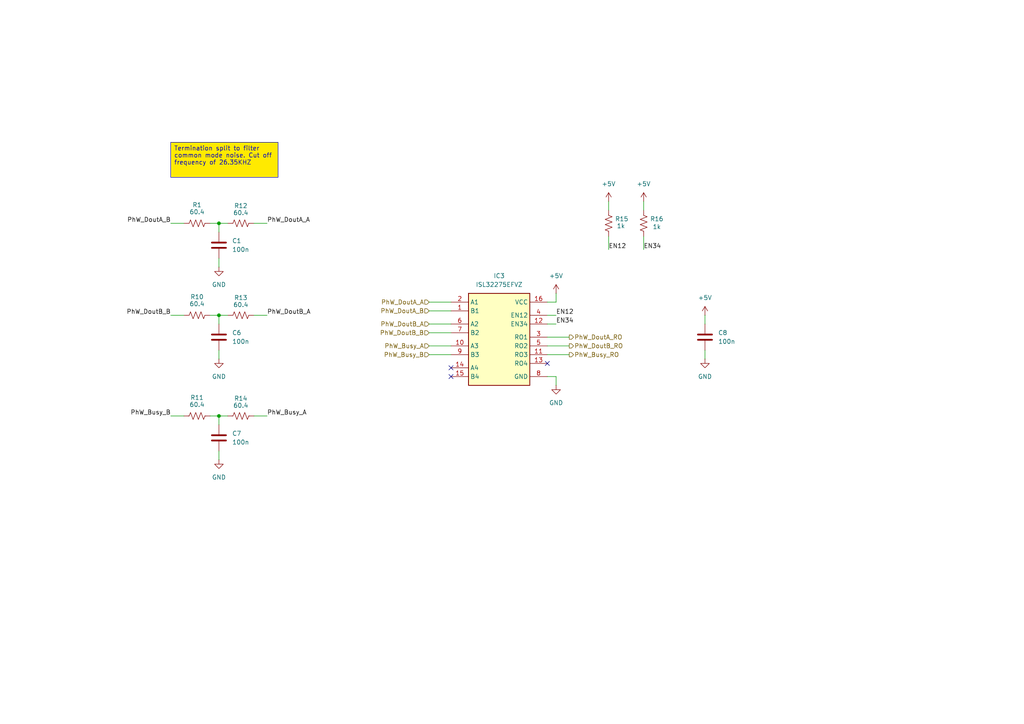
<source format=kicad_sch>
(kicad_sch (version 20250114) (generator "eeschema") (generator_version "9.0")
  (paper "A4")
  (title_block (title "Phase U RS-485 receiver interface ") (date "2025-11-22") (rev "Israel Sother") (company "FST Lisboa ") (comment 1 "Miguel Velo") (comment 2 "RS-485 receiver interface for FST Lisboa inverter FPGA"))
  (lib_symbols
    (symbol "Device:C" (pin_numbers (hide yes)) (pin_names (offset 0.254))
      (property "Reference" "C" (at 0.635 2.54 0))
      (property "Value" "C" (at 0.635 -2.54 0))
      (symbol "C_0_1"
        (polyline (pts (xy -2.032 0.762) (xy 2.032 0.762)) (stroke (width 0.508)))
        (polyline (pts (xy -2.032 -0.762) (xy 2.032 -0.762)) (stroke (width 0.508)))
      )
      (symbol "C_1_1"
        (pin passive line (at 0 3.81 270) (length 2.794) (name "~") (number "1"))
        (pin passive line (at 0 -3.81 90) (length 2.794) (name "~") (number "2"))
      )
    )
    (symbol "Device:R_US" (pin_numbers (hide yes)) (pin_names (offset 0))
      (property "Reference" "R" (at 2.54 0 90))
      (property "Value" "R_US" (at -2.54 0 90))
      (symbol "R_US_0_1"
        (polyline (pts (xy 0 2.286) (xy 0 2.54)))
        (polyline (pts (xy 0 2.286) (xy 1.016 1.905) (xy 0 1.524) (xy -1.016 1.143) (xy 0 0.762)))
        (polyline (pts (xy 0 0.762) (xy 1.016 0.381) (xy 0 0) (xy -1.016 -0.381) (xy 0 -0.762)))
        (polyline (pts (xy 0 -0.762) (xy 1.016 -1.143) (xy 0 -1.524) (xy -1.016 -1.905) (xy 0 -2.286)))
        (polyline (pts (xy 0 -2.286) (xy 0 -2.54)))
      )
      (symbol "R_US_1_1"
        (pin passive line (at 0 3.81 270) (length 1.27) (name "~") (number "1"))
        (pin passive line (at 0 -3.81 90) (length 1.27) (name "~") (number "2"))
      )
    )
    (symbol "Samacsys:ISL32275EFVZ"
      (property "Reference" "IC1" (at 13.97 11.43 0))
      (property "Value" "ISL32275EFVZ" (at 13.97 8.89 0))
      (symbol "ISL32275EFVZ_1_1"
        (rectangle (start 5.08 6.35) (end 22.86 -20.32) (stroke (width 0.254)) (fill (type background)))
        (pin passive line (at 0 3.81 0) (length 5.08) (name "A1") (number "2"))
        (pin passive line (at 0 1.27 0) (length 5.08) (name "B1") (number "1"))
        (pin passive line (at 0 -2.54 0) (length 5.08) (name "A2") (number "6"))
        (pin passive line (at 0 -5.08 0) (length 5.08) (name "B2") (number "7"))
        (pin passive line (at 0 -8.89 0) (length 5.08) (name "A3") (number "10"))
        (pin passive line (at 0 -11.43 0) (length 5.08) (name "B3") (number "9"))
        (pin passive line (at 0 -15.24 0) (length 5.08) (name "A4") (number "14"))
        (pin passive line (at 0 -17.78 0) (length 5.08) (name "B4") (number "15"))
        (pin passive line (at 27.94 3.81 180) (length 5.08) (name "VCC") (number "16"))
        (pin passive line (at 27.94 0 180) (length 5.08) (name "EN12") (number "4"))
        (pin passive line (at 27.94 -2.54 180) (length 5.08) (name "EN34") (number "12"))
        (pin passive line (at 27.94 -6.35 180) (length 5.08) (name "RO1") (number "3"))
        (pin passive line (at 27.94 -8.89 180) (length 5.08) (name "RO2") (number "5"))
        (pin passive line (at 27.94 -11.43 180) (length 5.08) (name "RO3") (number "11"))
        (pin passive line (at 27.94 -13.97 180) (length 5.08) (name "RO4") (number "13"))
        (pin passive line (at 27.94 -17.78 180) (length 5.08) (name "GND") (number "8"))
      )
    )
    (symbol "power:+5V" (power) (pin_numbers (hide yes)) (pin_names (offset 0) (hide yes))
      (property "Value" "+5V" (at 0 3.556 0))
      (symbol "+5V_0_1"
        (polyline (pts (xy -0.762 1.27) (xy 0 2.54)))
        (polyline (pts (xy 0 2.54) (xy 0.762 1.27)))
        (polyline (pts (xy 0 0) (xy 0 2.54)))
      )
      (symbol "+5V_1_1"
        (pin power_in line (at 0 0 90) (length 0) (name "~") (number "1"))
      )
    )
    (symbol "power:GND" (power) (pin_numbers (hide yes)) (pin_names (offset 0) (hide yes))
      (property "Value" "GND" (at 0 -3.81 0))
      (symbol "GND_0_1"
        (polyline (pts (xy 0 0) (xy 0 -1.27) (xy 1.27 -1.27) (xy 0 -2.54) (xy -1.27 -1.27) (xy 0 -1.27)))
      )
      (symbol "GND_1_1"
        (pin power_in line (at 0 0 270) (length 0) (name "~") (number "1"))
      )
    )
  )
  (text_box "Termination split to filter common mode noise. Cut off frequency of 26.35KHZ" (at 49.53 41.275 0) (size 31.115 10.16) (margins 0.9525 0.9525 0.9525 0.9525) (fill (type color) (color 255 234 0 1)) (effects (font (size 1.27 1.27)) (justify left top)))
  (junction (at 63.5 91.44))
  (junction (at 63.5 120.65))
  (junction (at 63.5 64.77))
  (no_connect (at 130.81 109.22))
  (no_connect (at 158.75 105.41))
  (no_connect (at 130.81 106.68))
  (wire (pts (xy 124.46 90.17) (xy 130.81 90.17)))
  (wire (pts (xy 63.5 91.44) (xy 66.04 91.44)))
  (wire (pts (xy 204.47 101.6) (xy 204.47 104.14)))
  (wire (pts (xy 63.5 120.65) (xy 63.5 123.19)))
  (wire (pts (xy 161.29 85.09) (xy 161.29 87.63)))
  (wire (pts (xy 63.5 64.77) (xy 63.5 67.31)))
  (wire (pts (xy 63.5 130.81) (xy 63.5 133.35)))
  (wire (pts (xy 49.53 64.77) (xy 53.34 64.77)))
  (wire (pts (xy 161.29 109.22) (xy 161.29 111.76)))
  (wire (pts (xy 73.66 91.44) (xy 77.47 91.44)))
  (wire (pts (xy 158.75 93.98) (xy 161.29 93.98)))
  (wire (pts (xy 158.75 102.87) (xy 165.1 102.87)))
  (wire (pts (xy 73.66 120.65) (xy 77.47 120.65)))
  (wire (pts (xy 124.46 87.63) (xy 130.81 87.63)))
  (wire (pts (xy 60.96 120.65) (xy 63.5 120.65)))
  (wire (pts (xy 161.29 87.63) (xy 158.75 87.63)))
  (wire (pts (xy 124.46 93.98) (xy 130.81 93.98)))
  (wire (pts (xy 176.53 58.42) (xy 176.53 60.96)))
  (wire (pts (xy 124.46 96.52) (xy 130.81 96.52)))
  (wire (pts (xy 63.5 91.44) (xy 63.5 93.98)))
  (wire (pts (xy 176.53 68.58) (xy 176.53 72.39)))
  (wire (pts (xy 49.53 120.65) (xy 53.34 120.65)))
  (wire (pts (xy 158.75 97.79) (xy 165.1 97.79)))
  (wire (pts (xy 158.75 91.44) (xy 161.29 91.44)))
  (wire (pts (xy 63.5 120.65) (xy 66.04 120.65)))
  (wire (pts (xy 186.69 68.58) (xy 186.69 72.39)))
  (wire (pts (xy 73.66 64.77) (xy 77.47 64.77)))
  (wire (pts (xy 63.5 64.77) (xy 66.04 64.77)))
  (wire (pts (xy 63.5 101.6) (xy 63.5 104.14)))
  (wire (pts (xy 63.5 74.93) (xy 63.5 77.47)))
  (wire (pts (xy 49.53 91.44) (xy 53.34 91.44)))
  (wire (pts (xy 161.29 109.22) (xy 158.75 109.22)))
  (wire (pts (xy 124.46 100.33) (xy 130.81 100.33)))
  (wire (pts (xy 158.75 100.33) (xy 165.1 100.33)))
  (wire (pts (xy 60.96 91.44) (xy 63.5 91.44)))
  (wire (pts (xy 204.47 91.44) (xy 204.47 93.98)))
  (wire (pts (xy 60.96 64.77) (xy 63.5 64.77)))
  (wire (pts (xy 186.69 58.42) (xy 186.69 60.96)))
  (wire (pts (xy 124.46 102.87) (xy 130.81 102.87)))
  (label "PhW_DoutB_A" (at 77.47 91.44 0))
  (label "EN34" (at 161.29 93.98 0))
  (label "EN12" (at 161.29 91.44 0))
  (label "EN34" (at 186.69 72.39 0))
  (label "EN12" (at 176.53 72.39 0))
  (label "PhW_Busy_A" (at 77.47 120.65 0))
  (label "PhW_DoutB_B" (at 49.53 91.44 180))
  (label "PhW_DoutA_B" (at 49.53 64.77 180))
  (label "PhW_DoutA_A" (at 77.47 64.77 0))
  (label "PhW_Busy_B" (at 49.53 120.65 180))
  (hierarchical_label "PhW_DoutA_RO" (shape output) (at 165.1 97.79 0))
  (hierarchical_label "PhW_Busy_RO" (shape output) (at 165.1 102.87 0))
  (hierarchical_label "PhW_DoutB_RO" (shape output) (at 165.1 100.33 0))
  (hierarchical_label "PhW_DoutA_A" (shape input) (at 124.46 87.63 180))
  (hierarchical_label "PhW_Busy_B" (shape input) (at 124.46 102.87 180))
  (hierarchical_label "PhW_DoutA_B" (shape input) (at 124.46 90.17 180))
  (hierarchical_label "PhW_DoutB_B" (shape input) (at 124.46 96.52 180))
  (hierarchical_label "PhW_DoutB_A" (shape input) (at 124.46 93.98 180))
  (hierarchical_label "PhW_Busy_A" (shape input) (at 124.46 100.33 180))
  (symbol (lib_id "Device:R_US") (at 186.69 64.77 180) (unit 1)
    (property "Reference" "R16" (at 190.5 63.5 0))
    (property "Value" "1k" (at 190.5 65.786 0))
    (property "Footprint" "Resistor_SMD:R_0603_1608Metric" (effects (hide yes)))
    (property "Description" "Resistor, US symbol" (effects (hide yes)))
    (instances (project "FST-breakout" (path "" (reference "R16") (unit 1)) (path "" (reference "R9") (unit 1))))
  )
  (symbol (lib_id "Device:R_US") (at 69.85 120.65 90) (unit 1)
    (property "Reference" "R14" (at 69.85 115.57 90))
    (property "Value" "60.4" (at 69.85 117.602 90))
    (property "Footprint" "Resistor_SMD:R_0603_1608Metric" (effects (hide yes)))
    (property "Description" "Resistor, US symbol" (effects (hide yes)))
    (instances (project "FST-breakout" (path "" (reference "R14") (unit 1)) (path "" (reference "R7") (unit 1))))
  )
  (symbol (lib_id "Device:R_US") (at 57.15 91.44 90) (unit 1)
    (property "Reference" "R10" (at 57.15 86.106 90))
    (property "Value" "60.4" (at 57.15 88.138 90))
    (property "Footprint" "Resistor_SMD:R_0603_1608Metric" (effects (hide yes)))
    (property "Description" "Resistor, US symbol" (effects (hide yes)))
    (instances (project "FST-breakout" (path "" (reference "R10") (unit 1)) (path "" (reference "R3") (unit 1))))
  )
  (symbol (lib_id "Device:R_US") (at 57.15 64.77 90) (unit 1)
    (property "Reference" "R1" (at 57.15 59.436 90))
    (property "Value" "60.4" (at 57.15 61.468 90))
    (property "Footprint" "Resistor_SMD:R_0603_1608Metric" (effects (hide yes)))
    (property "Description" "Resistor, US symbol" (effects (hide yes)))
    (instances (project "FST-breakout" (path "" (reference "R1") (unit 1)) (path "" (reference "R2") (unit 1))))
  )
  (symbol (lib_id "Device:C") (at 63.5 97.79 0) (unit 1)
    (property "Reference" "C6" (at 67.31 96.5199 0) (effects (justify left)))
    (property "Value" "100n" (at 67.31 99.0599 0) (effects (justify left)))
    (property "Footprint" "Capacitor_SMD:C_0603_1608Metric" (effects (hide yes)))
    (property "Description" "Unpolarized capacitor" (effects (hide yes)))
    (instances (project "FST-breakout" (path "" (reference "C6") (unit 1)) (path "" (reference "C3") (unit 1))))
  )
  (symbol (lib_id "power:+5V") (at 161.29 85.09 0) (unit 1)
    (property "Reference" "#PWR022" (effects (hide yes)))
    (property "Value" "+5V" (at 161.29 80.01 0))
    (property "Description" "Power symbol creates a global label with name \"+5V\"" (effects (hide yes)))
    (instances (project "FST-breakout" (path "" (reference "#PWR022") (unit 1)) (path "" (reference "#PWR013") (unit 1))))
  )
  (symbol (lib_id "Device:R_US") (at 57.15 120.65 90) (unit 1)
    (property "Reference" "R11" (at 57.15 115.316 90))
    (property "Value" "60.4" (at 57.15 117.348 90))
    (property "Footprint" "Resistor_SMD:R_0603_1608Metric" (effects (hide yes)))
    (property "Description" "Resistor, US symbol" (effects (hide yes)))
    (instances (project "FST-breakout" (path "" (reference "R11") (unit 1)) (path "" (reference "R4") (unit 1))))
  )
  (symbol (lib_id "power:+5V") (at 204.47 91.44 0) (unit 1)
    (property "Reference" "#PWR026" (effects (hide yes)))
    (property "Value" "+5V" (at 204.47 86.36 0))
    (property "Description" "Power symbol creates a global label with name \"+5V\"" (effects (hide yes)))
    (instances (project "FST-breakout" (path "" (reference "#PWR026") (unit 1)) (path "" (reference "#PWR017") (unit 1))))
  )
  (symbol (lib_id "power:GND") (at 161.29 111.76 0) (unit 1)
    (property "Reference" "#PWR023" (effects (hide yes)))
    (property "Value" "GND" (at 161.29 116.84 0))
    (property "Description" "Power symbol creates a global label with name \"GND\" , ground" (effects (hide yes)))
    (instances (project "FST-breakout" (path "" (reference "#PWR023") (unit 1)) (path "" (reference "#PWR014") (unit 1))))
  )
  (symbol (lib_id "Device:R_US") (at 69.85 91.44 90) (unit 1)
    (property "Reference" "R13" (at 69.85 86.36 90))
    (property "Value" "60.4" (at 69.85 88.392 90))
    (property "Footprint" "Resistor_SMD:R_0603_1608Metric" (effects (hide yes)))
    (property "Description" "Resistor, US symbol" (effects (hide yes)))
    (instances (project "FST-breakout" (path "" (reference "R13") (unit 1)) (path "" (reference "R6") (unit 1))))
  )
  (symbol (lib_id "power:GND") (at 63.5 104.14 0) (unit 1)
    (property "Reference" "#PWR020" (effects (hide yes)))
    (property "Value" "GND" (at 63.5 109.22 0))
    (property "Description" "Power symbol creates a global label with name \"GND\" , ground" (effects (hide yes)))
    (instances (project "FST-breakout" (path "" (reference "#PWR020") (unit 1)) (path "" (reference "#PWR011") (unit 1))))
  )
  (symbol (lib_id "Device:R_US") (at 176.53 64.77 180) (unit 1)
    (property "Reference" "R15" (at 180.34 63.5 0))
    (property "Value" "1k" (at 180.086 65.532 0))
    (property "Footprint" "Resistor_SMD:R_0603_1608Metric" (effects (hide yes)))
    (property "Description" "Resistor, US symbol" (effects (hide yes)))
    (instances (project "FST-breakout" (path "" (reference "R15") (unit 1)) (path "" (reference "R8") (unit 1))))
  )
  (symbol (lib_id "power:GND") (at 63.5 77.47 0) (unit 1)
    (property "Reference" "#PWR019" (effects (hide yes)))
    (property "Value" "GND" (at 63.5 82.55 0))
    (property "Description" "Power symbol creates a global label with name \"GND\" , ground" (effects (hide yes)))
    (instances (project "FST-breakout" (path "" (reference "#PWR019") (unit 1)) (path "" (reference "#PWR010") (unit 1))))
  )
  (symbol (lib_id "Device:C") (at 63.5 71.12 0) (unit 1)
    (property "Reference" "C1" (at 67.31 69.8499 0) (effects (justify left)))
    (property "Value" "100n" (at 67.31 72.3899 0) (effects (justify left)))
    (property "Footprint" "Capacitor_SMD:C_0603_1608Metric" (effects (hide yes)))
    (property "Description" "Unpolarized capacitor" (effects (hide yes)))
    (instances (project "FST-breakout" (path "" (reference "C1") (unit 1)) (path "" (reference "C2") (unit 1))))
  )
  (symbol (lib_id "power:GND") (at 63.5 133.35 0) (unit 1)
    (property "Reference" "#PWR021" (effects (hide yes)))
    (property "Value" "GND" (at 63.5 138.43 0))
    (property "Description" "Power symbol creates a global label with name \"GND\" , ground" (effects (hide yes)))
    (instances (project "FST-breakout" (path "" (reference "#PWR021") (unit 1)) (path "" (reference "#PWR012") (unit 1))))
  )
  (symbol (lib_id "power:+5V") (at 176.53 58.42 0) (unit 1)
    (property "Reference" "#PWR024" (effects (hide yes)))
    (property "Value" "+5V" (at 176.53 53.34 0))
    (property "Description" "Power symbol creates a global label with name \"+5V\"" (effects (hide yes)))
    (instances (project "FST-breakout" (path "" (reference "#PWR024") (unit 1)) (path "" (reference "#PWR015") (unit 1))))
  )
  (symbol (lib_id "power:GND") (at 204.47 104.14 0) (unit 1)
    (property "Reference" "#PWR027" (effects (hide yes)))
    (property "Value" "GND" (at 204.47 109.22 0))
    (property "Description" "Power symbol creates a global label with name \"GND\" , ground" (effects (hide yes)))
    (instances (project "FST-breakout" (path "" (reference "#PWR027") (unit 1)) (path "" (reference "#PWR018") (unit 1))))
  )
  (symbol (lib_id "Device:R_US") (at 69.85 64.77 90) (unit 1)
    (property "Reference" "R12" (at 69.85 59.69 90))
    (property "Value" "60.4" (at 69.85 61.722 90))
    (property "Footprint" "Resistor_SMD:R_0603_1608Metric" (effects (hide yes)))
    (property "Description" "Resistor, US symbol" (effects (hide yes)))
    (instances (project "FST-breakout" (path "" (reference "R12") (unit 1)) (path "" (reference "R5") (unit 1))))
  )
  (symbol (lib_id "Device:C") (at 63.5 127 0) (unit 1)
    (property "Reference" "C7" (at 67.31 125.7299 0) (effects (justify left)))
    (property "Value" "100n" (at 67.31 128.2699 0) (effects (justify left)))
    (property "Footprint" "Capacitor_SMD:C_0603_1608Metric" (effects (hide yes)))
    (property "Description" "Unpolarized capacitor" (effects (hide yes)))
    (instances (project "FST-breakout" (path "" (reference "C7") (unit 1)) (path "" (reference "C4") (unit 1))))
  )
  (symbol (lib_id "Device:C") (at 204.47 97.79 0) (unit 1)
    (property "Reference" "C8" (at 208.28 96.5199 0) (effects (justify left)))
    (property "Value" "100n" (at 208.28 99.0599 0) (effects (justify left)))
    (property "Footprint" "Capacitor_SMD:C_0603_1608Metric" (effects (hide yes)))
    (property "Description" "Unpolarized capacitor" (effects (hide yes)))
    (instances (project "FST-breakout" (path "" (reference "C8") (unit 1)) (path "" (reference "C5") (unit 1))))
  )
  (symbol (lib_id "Samacsys:ISL32275EFVZ") (at 130.81 91.44 0) (unit 1)
    (property "Reference" "IC3" (at 144.78 80.01 0))
    (property "Value" "ISL32275EFVZ" (at 144.78 82.55 0))
    (property "Footprint" "Samacsys:SOP65P640X120-16N" (effects (hide yes)))
    (property "Datasheet" "https://www.renesas.com/en-us/www/doc/datasheet/isl32173e-177e-273e-275e-277e.pdf" (effects (hide yes)))
    (property "Description" "These Renesas devices are +/-16. 5kV IEC61000-4-2 ESD protected, 3. 0V to 5. 5V powered, quad receivers for balanced communication using the RS-485 and RS-422 standards. Each receiver has low input currents (+/-200uA), so it presents a 1/4 unit load to the RS-485 bus and allows up to 128 receivers on the bus. The ISL32173E and ISL32177E are high data rate receivers that operate at data rates up to 80Mbps. Their 8ns maximum propagation delay skew (tolerance) ensures excellent part-to-part matching. The ISL32273E" (effects (hide yes)))
    (property "Height" "1.2" (effects (hide yes)))
    (property "Mouser Part Number" "968-ISL32275EFVZ" (effects (hide yes)))
    (property "Mouser Price/Stock" "https://www.mouser.co.uk/ProductDetail/Renesas-Intersil/ISL32275EFVZ?qs=9fLuogzTs8KcTuMU1oXkEg%3D%3D" (effects (hide yes)))
    (property "Manufacturer_Name" "Renesas Electronics" (effects (hide yes)))
    (property "Manufacturer_Part_Number" "ISL32275EFVZ" (effects (hide yes)))
    (instances (project "FST-breakout" (path "" (reference "IC3") (unit 1)) (path "" (reference "IC2") (unit 1))))
  )
  (symbol (lib_id "power:+5V") (at 186.69 58.42 0) (unit 1)
    (property "Reference" "#PWR025" (effects (hide yes)))
    (property "Value" "+5V" (at 186.69 53.34 0))
    (property "Description" "Power symbol creates a global label with name \"+5V\"" (effects (hide yes)))
    (instances (project "FST-breakout" (path "" (reference "#PWR025") (unit 1)) (path "" (reference "#PWR016") (unit 1))))
  )
)
</source>
